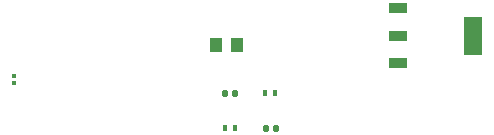
<source format=gbr>
G04 EAGLE Gerber X2 export*
%TF.Part,Single*%
%TF.FileFunction,Paste,Top*%
%TF.FilePolarity,Positive*%
%TF.GenerationSoftware,Autodesk,EAGLE,8.6.3*%
%TF.CreationDate,2019-05-11T18:19:01Z*%
G75*
%MOMM*%
%FSLAX34Y34*%
%LPD*%
%AMOC8*
5,1,8,0,0,1.08239X$1,22.5*%
G01*
%ADD10C,0.286200*%
%ADD11R,1.100000X1.250000*%
%ADD12R,0.400000X0.600000*%
%ADD13R,0.300000X0.400000*%
%ADD14R,1.625600X0.889000*%
%ADD15R,1.625600X3.175000*%


D10*
X287031Y136031D02*
X287031Y139169D01*
X289569Y139169D01*
X289569Y136031D01*
X287031Y136031D01*
X287031Y138892D02*
X289569Y138892D01*
X278431Y139169D02*
X278431Y136031D01*
X278431Y139169D02*
X280969Y139169D01*
X280969Y136031D01*
X278431Y136031D01*
X278431Y138892D02*
X280969Y138892D01*
X321531Y109169D02*
X321531Y106031D01*
X321531Y109169D02*
X324069Y109169D01*
X324069Y106031D01*
X321531Y106031D01*
X321531Y108892D02*
X324069Y108892D01*
X312931Y109169D02*
X312931Y106031D01*
X312931Y109169D02*
X315469Y109169D01*
X315469Y106031D01*
X312931Y106031D01*
X312931Y108892D02*
X315469Y108892D01*
D11*
X289700Y177800D03*
X272700Y177800D03*
D12*
X322000Y137200D03*
X314000Y137200D03*
X280300Y107800D03*
X288300Y107800D03*
D13*
X100900Y151500D03*
X100900Y145500D03*
D14*
X425996Y209114D03*
X425996Y186000D03*
X425996Y162886D03*
D15*
X490004Y186000D03*
M02*

</source>
